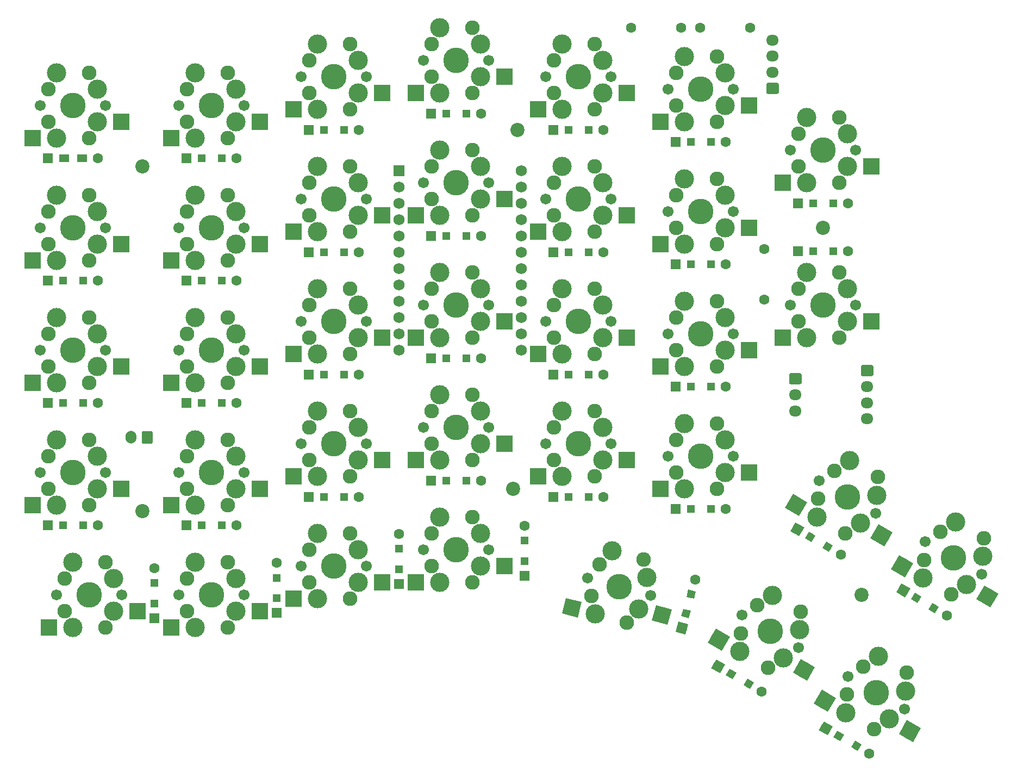
<source format=gbr>
G04 #@! TF.GenerationSoftware,KiCad,Pcbnew,(5.0.0)*
G04 #@! TF.CreationDate,2020-07-01T14:19:43-04:00*
G04 #@! TF.ProjectId,redox_rev1,7265646F785F726576312E6B69636164,1.0*
G04 #@! TF.SameCoordinates,Original*
G04 #@! TF.FileFunction,Soldermask,Bot*
G04 #@! TF.FilePolarity,Negative*
%FSLAX46Y46*%
G04 Gerber Fmt 4.6, Leading zero omitted, Abs format (unit mm)*
G04 Created by KiCad (PCBNEW (5.0.0)) date 07/01/20 14:19:43*
%MOMM*%
%LPD*%
G01*
G04 APERTURE LIST*
%ADD10C,2.200000*%
%ADD11O,1.950000X1.700000*%
%ADD12C,0.100000*%
%ADD13C,1.700000*%
%ADD14C,1.600000*%
%ADD15C,1.701800*%
%ADD16C,2.286000*%
%ADD17C,3.987800*%
%ADD18C,3.000000*%
%ADD19C,2.500000*%
%ADD20R,2.550000X2.500000*%
%ADD21R,1.752600X1.752600*%
%ADD22C,1.752600*%
%ADD23R,1.600000X1.600000*%
%ADD24R,1.600000X1.200000*%
%ADD25O,1.700000X2.000000*%
%ADD26R,1.200000X1.200000*%
%ADD27C,1.200000*%
G04 APERTURE END LIST*
D10*
G04 #@! TO.C,H4*
X102234890Y-129809620D03*
G04 #@! TD*
G04 #@! TO.C,H1*
X214318280Y-142877560D03*
G04 #@! TD*
D11*
G04 #@! TO.C,STATUS_LEDS1*
X215138000Y-115450000D03*
X215138000Y-112950000D03*
X215138000Y-110450000D03*
D12*
G36*
X215887504Y-107101204D02*
X215911773Y-107104804D01*
X215935571Y-107110765D01*
X215958671Y-107119030D01*
X215980849Y-107129520D01*
X216001893Y-107142133D01*
X216021598Y-107156747D01*
X216039777Y-107173223D01*
X216056253Y-107191402D01*
X216070867Y-107211107D01*
X216083480Y-107232151D01*
X216093970Y-107254329D01*
X216102235Y-107277429D01*
X216108196Y-107301227D01*
X216111796Y-107325496D01*
X216113000Y-107350000D01*
X216113000Y-108550000D01*
X216111796Y-108574504D01*
X216108196Y-108598773D01*
X216102235Y-108622571D01*
X216093970Y-108645671D01*
X216083480Y-108667849D01*
X216070867Y-108688893D01*
X216056253Y-108708598D01*
X216039777Y-108726777D01*
X216021598Y-108743253D01*
X216001893Y-108757867D01*
X215980849Y-108770480D01*
X215958671Y-108780970D01*
X215935571Y-108789235D01*
X215911773Y-108795196D01*
X215887504Y-108798796D01*
X215863000Y-108800000D01*
X214413000Y-108800000D01*
X214388496Y-108798796D01*
X214364227Y-108795196D01*
X214340429Y-108789235D01*
X214317329Y-108780970D01*
X214295151Y-108770480D01*
X214274107Y-108757867D01*
X214254402Y-108743253D01*
X214236223Y-108726777D01*
X214219747Y-108708598D01*
X214205133Y-108688893D01*
X214192520Y-108667849D01*
X214182030Y-108645671D01*
X214173765Y-108622571D01*
X214167804Y-108598773D01*
X214164204Y-108574504D01*
X214163000Y-108550000D01*
X214163000Y-107350000D01*
X214164204Y-107325496D01*
X214167804Y-107301227D01*
X214173765Y-107277429D01*
X214182030Y-107254329D01*
X214192520Y-107232151D01*
X214205133Y-107211107D01*
X214219747Y-107191402D01*
X214236223Y-107173223D01*
X214254402Y-107156747D01*
X214274107Y-107142133D01*
X214295151Y-107129520D01*
X214317329Y-107119030D01*
X214340429Y-107110765D01*
X214364227Y-107104804D01*
X214388496Y-107101204D01*
X214413000Y-107100000D01*
X215863000Y-107100000D01*
X215887504Y-107101204D01*
X215887504Y-107101204D01*
G37*
D13*
X215138000Y-107950000D03*
G04 #@! TD*
D14*
G04 #@! TO.C,R3*
X199136000Y-89064000D03*
X199136000Y-96864000D03*
G04 #@! TD*
D15*
G04 #@! TO.C,K46*
X212135591Y-155575000D03*
X220934409Y-160655000D03*
D16*
X214505443Y-154010295D03*
D17*
X216535000Y-158115000D03*
D16*
X221274705Y-154985591D03*
D18*
X218564557Y-162219705D03*
X211795295Y-161244409D03*
D16*
X211965443Y-158409705D03*
X216194705Y-163784409D03*
D18*
X221104557Y-157820295D03*
X216875295Y-152445591D03*
D19*
X221812152Y-164094705D03*
D12*
G36*
X220082970Y-164539737D02*
X221332970Y-162374673D01*
X223541334Y-163649673D01*
X222291334Y-165814737D01*
X220082970Y-164539737D01*
X220082970Y-164539737D01*
G37*
D19*
X208547700Y-159369409D03*
D12*
G36*
X206818518Y-159814441D02*
X208068518Y-157649377D01*
X210276882Y-158924377D01*
X209026882Y-161089441D01*
X206818518Y-159814441D01*
X206818518Y-159814441D01*
G37*
G04 #@! TD*
D15*
G04 #@! TO.C,K45*
X195625591Y-146050000D03*
X204424409Y-151130000D03*
D16*
X197995443Y-144485295D03*
D17*
X200025000Y-148590000D03*
D16*
X204764705Y-145460591D03*
D18*
X202054557Y-152694705D03*
X195285295Y-151719409D03*
D16*
X195455443Y-148884705D03*
X199684705Y-154259409D03*
D18*
X204594557Y-148295295D03*
X200365295Y-142920591D03*
D19*
X205302152Y-154569705D03*
D12*
G36*
X203572970Y-155014737D02*
X204822970Y-152849673D01*
X207031334Y-154124673D01*
X205781334Y-156289737D01*
X203572970Y-155014737D01*
X203572970Y-155014737D01*
G37*
D19*
X192037700Y-149844409D03*
D12*
G36*
X190308518Y-150289441D02*
X191558518Y-148124377D01*
X193766882Y-149399377D01*
X192516882Y-151564441D01*
X190308518Y-150289441D01*
X190308518Y-150289441D01*
G37*
G04 #@! TD*
D15*
G04 #@! TO.C,K44*
X171623097Y-140290199D03*
X181436903Y-142919801D03*
D16*
X173507223Y-138165448D03*
D17*
X176530000Y-141605000D03*
D16*
X180298252Y-137355497D03*
D18*
X179552777Y-145044552D03*
X172761748Y-145854503D03*
D16*
X172192422Y-143072351D03*
X177668651Y-147169304D03*
D18*
X180867578Y-140137649D03*
X175391349Y-136040696D03*
D19*
X183174999Y-146015124D03*
D12*
G36*
X181619920Y-146892537D02*
X182266967Y-144477722D01*
X184730078Y-145137711D01*
X184083031Y-147552526D01*
X181619920Y-146892537D01*
X181619920Y-146892537D01*
G37*
D19*
X169139526Y-144883931D03*
D12*
G36*
X167584447Y-145761344D02*
X168231494Y-143346529D01*
X170694605Y-144006518D01*
X170047558Y-146421333D01*
X167584447Y-145761344D01*
X167584447Y-145761344D01*
G37*
G04 #@! TD*
D15*
G04 #@! TO.C,K43*
X146050000Y-135890000D03*
X156210000Y-135890000D03*
D16*
X147320000Y-133350000D03*
D17*
X151130000Y-135890000D03*
D16*
X153670000Y-130810000D03*
D18*
X154940000Y-138430000D03*
X148590000Y-140970000D03*
D16*
X147320000Y-138430000D03*
X153670000Y-140970000D03*
D18*
X154940000Y-133350000D03*
X148590000Y-130810000D03*
D20*
X158690000Y-138430000D03*
X144840000Y-140970000D03*
G04 #@! TD*
D15*
G04 #@! TO.C,K42*
X127000000Y-138430000D03*
X137160000Y-138430000D03*
D16*
X128270000Y-135890000D03*
D17*
X132080000Y-138430000D03*
D16*
X134620000Y-133350000D03*
D18*
X135890000Y-140970000D03*
X129540000Y-143510000D03*
D16*
X128270000Y-140970000D03*
X134620000Y-143510000D03*
D18*
X135890000Y-135890000D03*
X129540000Y-133350000D03*
D20*
X139640000Y-140970000D03*
X125790000Y-143510000D03*
G04 #@! TD*
D15*
G04 #@! TO.C,K41*
X107950000Y-142875000D03*
X118110000Y-142875000D03*
D16*
X109220000Y-140335000D03*
D17*
X113030000Y-142875000D03*
D16*
X115570000Y-137795000D03*
D18*
X116840000Y-145415000D03*
X110490000Y-147955000D03*
D16*
X109220000Y-145415000D03*
X115570000Y-147955000D03*
D18*
X116840000Y-140335000D03*
X110490000Y-137795000D03*
D20*
X120590000Y-145415000D03*
X106740000Y-147955000D03*
G04 #@! TD*
D15*
G04 #@! TO.C,K40*
X88900000Y-142875000D03*
X99060000Y-142875000D03*
D16*
X90170000Y-140335000D03*
D17*
X93980000Y-142875000D03*
D16*
X96520000Y-137795000D03*
D18*
X97790000Y-145415000D03*
X91440000Y-147955000D03*
D16*
X90170000Y-145415000D03*
X96520000Y-147955000D03*
D18*
X97790000Y-140335000D03*
X91440000Y-137795000D03*
D20*
X101540000Y-145415000D03*
X87690000Y-147955000D03*
G04 #@! TD*
D15*
G04 #@! TO.C,K36*
X224200591Y-134620000D03*
X232999409Y-139700000D03*
D16*
X226570443Y-133055295D03*
D17*
X228600000Y-137160000D03*
D16*
X233339705Y-134030591D03*
D18*
X230629557Y-141264705D03*
X223860295Y-140289409D03*
D16*
X224030443Y-137454705D03*
X228259705Y-142829409D03*
D18*
X233169557Y-136865295D03*
X228940295Y-131490591D03*
D19*
X233877152Y-143139705D03*
D12*
G36*
X232147970Y-143584737D02*
X233397970Y-141419673D01*
X235606334Y-142694673D01*
X234356334Y-144859737D01*
X232147970Y-143584737D01*
X232147970Y-143584737D01*
G37*
D19*
X220612700Y-138414409D03*
D12*
G36*
X218883518Y-138859441D02*
X220133518Y-136694377D01*
X222341882Y-137969377D01*
X221091882Y-140134441D01*
X218883518Y-138859441D01*
X218883518Y-138859441D01*
G37*
G04 #@! TD*
D15*
G04 #@! TO.C,K35*
X184150000Y-121285000D03*
X194310000Y-121285000D03*
D16*
X185420000Y-118745000D03*
D17*
X189230000Y-121285000D03*
D16*
X191770000Y-116205000D03*
D18*
X193040000Y-123825000D03*
X186690000Y-126365000D03*
D16*
X185420000Y-123825000D03*
X191770000Y-126365000D03*
D18*
X193040000Y-118745000D03*
X186690000Y-116205000D03*
D20*
X196790000Y-123825000D03*
X182940000Y-126365000D03*
G04 #@! TD*
D15*
G04 #@! TO.C,K34*
X165100000Y-119380000D03*
X175260000Y-119380000D03*
D16*
X166370000Y-116840000D03*
D17*
X170180000Y-119380000D03*
D16*
X172720000Y-114300000D03*
D18*
X173990000Y-121920000D03*
X167640000Y-124460000D03*
D16*
X166370000Y-121920000D03*
X172720000Y-124460000D03*
D18*
X173990000Y-116840000D03*
X167640000Y-114300000D03*
D20*
X177740000Y-121920000D03*
X163890000Y-124460000D03*
G04 #@! TD*
D15*
G04 #@! TO.C,K33*
X146050000Y-116840000D03*
X156210000Y-116840000D03*
D16*
X147320000Y-114300000D03*
D17*
X151130000Y-116840000D03*
D16*
X153670000Y-111760000D03*
D18*
X154940000Y-119380000D03*
X148590000Y-121920000D03*
D16*
X147320000Y-119380000D03*
X153670000Y-121920000D03*
D18*
X154940000Y-114300000D03*
X148590000Y-111760000D03*
D20*
X158690000Y-119380000D03*
X144840000Y-121920000D03*
G04 #@! TD*
D15*
G04 #@! TO.C,K32*
X127000000Y-119380000D03*
X137160000Y-119380000D03*
D16*
X128270000Y-116840000D03*
D17*
X132080000Y-119380000D03*
D16*
X134620000Y-114300000D03*
D18*
X135890000Y-121920000D03*
X129540000Y-124460000D03*
D16*
X128270000Y-121920000D03*
X134620000Y-124460000D03*
D18*
X135890000Y-116840000D03*
X129540000Y-114300000D03*
D20*
X139640000Y-121920000D03*
X125790000Y-124460000D03*
G04 #@! TD*
D15*
G04 #@! TO.C,K31*
X107950000Y-123825000D03*
X118110000Y-123825000D03*
D16*
X109220000Y-121285000D03*
D17*
X113030000Y-123825000D03*
D16*
X115570000Y-118745000D03*
D18*
X116840000Y-126365000D03*
X110490000Y-128905000D03*
D16*
X109220000Y-126365000D03*
X115570000Y-128905000D03*
D18*
X116840000Y-121285000D03*
X110490000Y-118745000D03*
D20*
X120590000Y-126365000D03*
X106740000Y-128905000D03*
G04 #@! TD*
D15*
G04 #@! TO.C,K30*
X86360000Y-123825000D03*
X96520000Y-123825000D03*
D16*
X87630000Y-121285000D03*
D17*
X91440000Y-123825000D03*
D16*
X93980000Y-118745000D03*
D18*
X95250000Y-126365000D03*
X88900000Y-128905000D03*
D16*
X87630000Y-126365000D03*
X93980000Y-128905000D03*
D18*
X95250000Y-121285000D03*
X88900000Y-118745000D03*
D20*
X99000000Y-126365000D03*
X85150000Y-128905000D03*
G04 #@! TD*
D15*
G04 #@! TO.C,K26*
X207690591Y-125095000D03*
X216489409Y-130175000D03*
D16*
X210060443Y-123530295D03*
D17*
X212090000Y-127635000D03*
D16*
X216829705Y-124505591D03*
D18*
X214119557Y-131739705D03*
X207350295Y-130764409D03*
D16*
X207520443Y-127929705D03*
X211749705Y-133304409D03*
D18*
X216659557Y-127340295D03*
X212430295Y-121965591D03*
D19*
X217367152Y-133614705D03*
D12*
G36*
X215637970Y-134059737D02*
X216887970Y-131894673D01*
X219096334Y-133169673D01*
X217846334Y-135334737D01*
X215637970Y-134059737D01*
X215637970Y-134059737D01*
G37*
D19*
X204102700Y-128889409D03*
D12*
G36*
X202373518Y-129334441D02*
X203623518Y-127169377D01*
X205831882Y-128444377D01*
X204581882Y-130609441D01*
X202373518Y-129334441D01*
X202373518Y-129334441D01*
G37*
G04 #@! TD*
D15*
G04 #@! TO.C,K25*
X184150000Y-102235000D03*
X194310000Y-102235000D03*
D16*
X185420000Y-99695000D03*
D17*
X189230000Y-102235000D03*
D16*
X191770000Y-97155000D03*
D18*
X193040000Y-104775000D03*
X186690000Y-107315000D03*
D16*
X185420000Y-104775000D03*
X191770000Y-107315000D03*
D18*
X193040000Y-99695000D03*
X186690000Y-97155000D03*
D20*
X196790000Y-104775000D03*
X182940000Y-107315000D03*
G04 #@! TD*
D15*
G04 #@! TO.C,K24*
X165100000Y-100330000D03*
X175260000Y-100330000D03*
D16*
X166370000Y-97790000D03*
D17*
X170180000Y-100330000D03*
D16*
X172720000Y-95250000D03*
D18*
X173990000Y-102870000D03*
X167640000Y-105410000D03*
D16*
X166370000Y-102870000D03*
X172720000Y-105410000D03*
D18*
X173990000Y-97790000D03*
X167640000Y-95250000D03*
D20*
X177740000Y-102870000D03*
X163890000Y-105410000D03*
G04 #@! TD*
D15*
G04 #@! TO.C,K23*
X146050000Y-97790000D03*
X156210000Y-97790000D03*
D16*
X147320000Y-95250000D03*
D17*
X151130000Y-97790000D03*
D16*
X153670000Y-92710000D03*
D18*
X154940000Y-100330000D03*
X148590000Y-102870000D03*
D16*
X147320000Y-100330000D03*
X153670000Y-102870000D03*
D18*
X154940000Y-95250000D03*
X148590000Y-92710000D03*
D20*
X158690000Y-100330000D03*
X144840000Y-102870000D03*
G04 #@! TD*
D15*
G04 #@! TO.C,K22*
X127000000Y-100330000D03*
X137160000Y-100330000D03*
D16*
X128270000Y-97790000D03*
D17*
X132080000Y-100330000D03*
D16*
X134620000Y-95250000D03*
D18*
X135890000Y-102870000D03*
X129540000Y-105410000D03*
D16*
X128270000Y-102870000D03*
X134620000Y-105410000D03*
D18*
X135890000Y-97790000D03*
X129540000Y-95250000D03*
D20*
X139640000Y-102870000D03*
X125790000Y-105410000D03*
G04 #@! TD*
D15*
G04 #@! TO.C,K21*
X107950000Y-104775000D03*
X118110000Y-104775000D03*
D16*
X109220000Y-102235000D03*
D17*
X113030000Y-104775000D03*
D16*
X115570000Y-99695000D03*
D18*
X116840000Y-107315000D03*
X110490000Y-109855000D03*
D16*
X109220000Y-107315000D03*
X115570000Y-109855000D03*
D18*
X116840000Y-102235000D03*
X110490000Y-99695000D03*
D20*
X120590000Y-107315000D03*
X106740000Y-109855000D03*
G04 #@! TD*
D15*
G04 #@! TO.C,K20*
X86360000Y-104775000D03*
X96520000Y-104775000D03*
D16*
X87630000Y-102235000D03*
D17*
X91440000Y-104775000D03*
D16*
X93980000Y-99695000D03*
D18*
X95250000Y-107315000D03*
X88900000Y-109855000D03*
D16*
X87630000Y-107315000D03*
X93980000Y-109855000D03*
D18*
X95250000Y-102235000D03*
X88900000Y-99695000D03*
D20*
X99000000Y-107315000D03*
X85150000Y-109855000D03*
G04 #@! TD*
D15*
G04 #@! TO.C,K16*
X203200000Y-97790000D03*
X213360000Y-97790000D03*
D16*
X204470000Y-95250000D03*
D17*
X208280000Y-97790000D03*
D16*
X210820000Y-92710000D03*
D18*
X212090000Y-100330000D03*
X205740000Y-102870000D03*
D16*
X204470000Y-100330000D03*
X210820000Y-102870000D03*
D18*
X212090000Y-95250000D03*
X205740000Y-92710000D03*
D20*
X215840000Y-100330000D03*
X201990000Y-102870000D03*
G04 #@! TD*
D15*
G04 #@! TO.C,K15*
X184150000Y-83185000D03*
X194310000Y-83185000D03*
D16*
X185420000Y-80645000D03*
D17*
X189230000Y-83185000D03*
D16*
X191770000Y-78105000D03*
D18*
X193040000Y-85725000D03*
X186690000Y-88265000D03*
D16*
X185420000Y-85725000D03*
X191770000Y-88265000D03*
D18*
X193040000Y-80645000D03*
X186690000Y-78105000D03*
D20*
X196790000Y-85725000D03*
X182940000Y-88265000D03*
G04 #@! TD*
D15*
G04 #@! TO.C,K14*
X165100000Y-81280000D03*
X175260000Y-81280000D03*
D16*
X166370000Y-78740000D03*
D17*
X170180000Y-81280000D03*
D16*
X172720000Y-76200000D03*
D18*
X173990000Y-83820000D03*
X167640000Y-86360000D03*
D16*
X166370000Y-83820000D03*
X172720000Y-86360000D03*
D18*
X173990000Y-78740000D03*
X167640000Y-76200000D03*
D20*
X177740000Y-83820000D03*
X163890000Y-86360000D03*
G04 #@! TD*
D15*
G04 #@! TO.C,K13*
X146050000Y-78740000D03*
X156210000Y-78740000D03*
D16*
X147320000Y-76200000D03*
D17*
X151130000Y-78740000D03*
D16*
X153670000Y-73660000D03*
D18*
X154940000Y-81280000D03*
X148590000Y-83820000D03*
D16*
X147320000Y-81280000D03*
X153670000Y-83820000D03*
D18*
X154940000Y-76200000D03*
X148590000Y-73660000D03*
D20*
X158690000Y-81280000D03*
X144840000Y-83820000D03*
G04 #@! TD*
D15*
G04 #@! TO.C,K12*
X127000000Y-81280000D03*
X137160000Y-81280000D03*
D16*
X128270000Y-78740000D03*
D17*
X132080000Y-81280000D03*
D16*
X134620000Y-76200000D03*
D18*
X135890000Y-83820000D03*
X129540000Y-86360000D03*
D16*
X128270000Y-83820000D03*
X134620000Y-86360000D03*
D18*
X135890000Y-78740000D03*
X129540000Y-76200000D03*
D20*
X139640000Y-83820000D03*
X125790000Y-86360000D03*
G04 #@! TD*
D15*
G04 #@! TO.C,K11*
X107950000Y-85725000D03*
X118110000Y-85725000D03*
D16*
X109220000Y-83185000D03*
D17*
X113030000Y-85725000D03*
D16*
X115570000Y-80645000D03*
D18*
X116840000Y-88265000D03*
X110490000Y-90805000D03*
D16*
X109220000Y-88265000D03*
X115570000Y-90805000D03*
D18*
X116840000Y-83185000D03*
X110490000Y-80645000D03*
D20*
X120590000Y-88265000D03*
X106740000Y-90805000D03*
G04 #@! TD*
D15*
G04 #@! TO.C,K10*
X86360000Y-85725000D03*
X96520000Y-85725000D03*
D16*
X87630000Y-83185000D03*
D17*
X91440000Y-85725000D03*
D16*
X93980000Y-80645000D03*
D18*
X95250000Y-88265000D03*
X88900000Y-90805000D03*
D16*
X87630000Y-88265000D03*
X93980000Y-90805000D03*
D18*
X95250000Y-83185000D03*
X88900000Y-80645000D03*
D20*
X99000000Y-88265000D03*
X85150000Y-90805000D03*
G04 #@! TD*
D15*
G04 #@! TO.C,K6*
X203200000Y-73660000D03*
X213360000Y-73660000D03*
D16*
X204470000Y-71120000D03*
D17*
X208280000Y-73660000D03*
D16*
X210820000Y-68580000D03*
D18*
X212090000Y-76200000D03*
X205740000Y-78740000D03*
D16*
X204470000Y-76200000D03*
X210820000Y-78740000D03*
D18*
X212090000Y-71120000D03*
X205740000Y-68580000D03*
D20*
X215840000Y-76200000D03*
X201990000Y-78740000D03*
G04 #@! TD*
D15*
G04 #@! TO.C,K5*
X184150000Y-64135000D03*
X194310000Y-64135000D03*
D16*
X185420000Y-61595000D03*
D17*
X189230000Y-64135000D03*
D16*
X191770000Y-59055000D03*
D18*
X193040000Y-66675000D03*
X186690000Y-69215000D03*
D16*
X185420000Y-66675000D03*
X191770000Y-69215000D03*
D18*
X193040000Y-61595000D03*
X186690000Y-59055000D03*
D20*
X196790000Y-66675000D03*
X182940000Y-69215000D03*
G04 #@! TD*
D15*
G04 #@! TO.C,K4*
X165100000Y-62230000D03*
X175260000Y-62230000D03*
D16*
X166370000Y-59690000D03*
D17*
X170180000Y-62230000D03*
D16*
X172720000Y-57150000D03*
D18*
X173990000Y-64770000D03*
X167640000Y-67310000D03*
D16*
X166370000Y-64770000D03*
X172720000Y-67310000D03*
D18*
X173990000Y-59690000D03*
X167640000Y-57150000D03*
D20*
X177740000Y-64770000D03*
X163890000Y-67310000D03*
G04 #@! TD*
D15*
G04 #@! TO.C,K3*
X146050000Y-59690000D03*
X156210000Y-59690000D03*
D16*
X147320000Y-57150000D03*
D17*
X151130000Y-59690000D03*
D16*
X153670000Y-54610000D03*
D18*
X154940000Y-62230000D03*
X148590000Y-64770000D03*
D16*
X147320000Y-62230000D03*
X153670000Y-64770000D03*
D18*
X154940000Y-57150000D03*
X148590000Y-54610000D03*
D20*
X158690000Y-62230000D03*
X144840000Y-64770000D03*
G04 #@! TD*
D15*
G04 #@! TO.C,K2*
X127000000Y-62230000D03*
X137160000Y-62230000D03*
D16*
X128270000Y-59690000D03*
D17*
X132080000Y-62230000D03*
D16*
X134620000Y-57150000D03*
D18*
X135890000Y-64770000D03*
X129540000Y-67310000D03*
D16*
X128270000Y-64770000D03*
X134620000Y-67310000D03*
D18*
X135890000Y-59690000D03*
X129540000Y-57150000D03*
D20*
X139640000Y-64770000D03*
X125790000Y-67310000D03*
G04 #@! TD*
D15*
G04 #@! TO.C,K1*
X107950000Y-66675000D03*
X118110000Y-66675000D03*
D16*
X109220000Y-64135000D03*
D17*
X113030000Y-66675000D03*
D16*
X115570000Y-61595000D03*
D18*
X116840000Y-69215000D03*
X110490000Y-71755000D03*
D16*
X109220000Y-69215000D03*
X115570000Y-71755000D03*
D18*
X116840000Y-64135000D03*
X110490000Y-61595000D03*
D20*
X120590000Y-69215000D03*
X106740000Y-71755000D03*
G04 #@! TD*
D15*
G04 #@! TO.C,K0*
X86360000Y-66675000D03*
X96520000Y-66675000D03*
D16*
X87630000Y-64135000D03*
D17*
X91440000Y-66675000D03*
D16*
X93980000Y-61595000D03*
D18*
X95250000Y-69215000D03*
X88900000Y-71755000D03*
D16*
X87630000Y-69215000D03*
X93980000Y-71755000D03*
D18*
X95250000Y-64135000D03*
X88900000Y-61595000D03*
D20*
X99000000Y-69215000D03*
X85150000Y-71755000D03*
G04 #@! TD*
D21*
G04 #@! TO.C,U1*
X142240000Y-76835000D03*
D22*
X142240000Y-79375000D03*
X142240000Y-81915000D03*
X142240000Y-84455000D03*
X142240000Y-86995000D03*
X142240000Y-89535000D03*
X142240000Y-92075000D03*
X142240000Y-94615000D03*
X142240000Y-97155000D03*
X142240000Y-99695000D03*
X142240000Y-102235000D03*
X161290000Y-104775000D03*
X161290000Y-102235000D03*
X161290000Y-99695000D03*
X161290000Y-97155000D03*
X161290000Y-94615000D03*
X161290000Y-92075000D03*
X161290000Y-89535000D03*
X161290000Y-86995000D03*
X161290000Y-84455000D03*
X161290000Y-81915000D03*
X161290000Y-79375000D03*
X142240000Y-104775000D03*
X161290000Y-76835000D03*
G04 #@! TD*
D23*
G04 #@! TO.C,D0*
X87540000Y-74930000D03*
D14*
X95340000Y-74930000D03*
D24*
X90040000Y-74930000D03*
X92840000Y-74930000D03*
G04 #@! TD*
D10*
G04 #@! TO.C,H9*
X102234890Y-76200000D03*
G04 #@! TD*
G04 #@! TO.C,H12*
X208279620Y-85724870D03*
G04 #@! TD*
G04 #@! TO.C,H11*
X160019330Y-126364750D03*
G04 #@! TD*
G04 #@! TO.C,H10*
X160654330Y-70484680D03*
G04 #@! TD*
D11*
G04 #@! TO.C,RGB_STRIP1*
X203962000Y-114220000D03*
X203962000Y-111720000D03*
D12*
G36*
X204711504Y-108371204D02*
X204735773Y-108374804D01*
X204759571Y-108380765D01*
X204782671Y-108389030D01*
X204804849Y-108399520D01*
X204825893Y-108412133D01*
X204845598Y-108426747D01*
X204863777Y-108443223D01*
X204880253Y-108461402D01*
X204894867Y-108481107D01*
X204907480Y-108502151D01*
X204917970Y-108524329D01*
X204926235Y-108547429D01*
X204932196Y-108571227D01*
X204935796Y-108595496D01*
X204937000Y-108620000D01*
X204937000Y-109820000D01*
X204935796Y-109844504D01*
X204932196Y-109868773D01*
X204926235Y-109892571D01*
X204917970Y-109915671D01*
X204907480Y-109937849D01*
X204894867Y-109958893D01*
X204880253Y-109978598D01*
X204863777Y-109996777D01*
X204845598Y-110013253D01*
X204825893Y-110027867D01*
X204804849Y-110040480D01*
X204782671Y-110050970D01*
X204759571Y-110059235D01*
X204735773Y-110065196D01*
X204711504Y-110068796D01*
X204687000Y-110070000D01*
X203237000Y-110070000D01*
X203212496Y-110068796D01*
X203188227Y-110065196D01*
X203164429Y-110059235D01*
X203141329Y-110050970D01*
X203119151Y-110040480D01*
X203098107Y-110027867D01*
X203078402Y-110013253D01*
X203060223Y-109996777D01*
X203043747Y-109978598D01*
X203029133Y-109958893D01*
X203016520Y-109937849D01*
X203006030Y-109915671D01*
X202997765Y-109892571D01*
X202991804Y-109868773D01*
X202988204Y-109844504D01*
X202987000Y-109820000D01*
X202987000Y-108620000D01*
X202988204Y-108595496D01*
X202991804Y-108571227D01*
X202997765Y-108547429D01*
X203006030Y-108524329D01*
X203016520Y-108502151D01*
X203029133Y-108481107D01*
X203043747Y-108461402D01*
X203060223Y-108443223D01*
X203078402Y-108426747D01*
X203098107Y-108412133D01*
X203119151Y-108399520D01*
X203141329Y-108389030D01*
X203164429Y-108380765D01*
X203188227Y-108374804D01*
X203212496Y-108371204D01*
X203237000Y-108370000D01*
X204687000Y-108370000D01*
X204711504Y-108371204D01*
X204711504Y-108371204D01*
G37*
D13*
X203962000Y-109220000D03*
G04 #@! TD*
D25*
G04 #@! TO.C,RESET1*
X100497000Y-118364000D03*
D12*
G36*
X103621504Y-117365204D02*
X103645773Y-117368804D01*
X103669571Y-117374765D01*
X103692671Y-117383030D01*
X103714849Y-117393520D01*
X103735893Y-117406133D01*
X103755598Y-117420747D01*
X103773777Y-117437223D01*
X103790253Y-117455402D01*
X103804867Y-117475107D01*
X103817480Y-117496151D01*
X103827970Y-117518329D01*
X103836235Y-117541429D01*
X103842196Y-117565227D01*
X103845796Y-117589496D01*
X103847000Y-117614000D01*
X103847000Y-119114000D01*
X103845796Y-119138504D01*
X103842196Y-119162773D01*
X103836235Y-119186571D01*
X103827970Y-119209671D01*
X103817480Y-119231849D01*
X103804867Y-119252893D01*
X103790253Y-119272598D01*
X103773777Y-119290777D01*
X103755598Y-119307253D01*
X103735893Y-119321867D01*
X103714849Y-119334480D01*
X103692671Y-119344970D01*
X103669571Y-119353235D01*
X103645773Y-119359196D01*
X103621504Y-119362796D01*
X103597000Y-119364000D01*
X102397000Y-119364000D01*
X102372496Y-119362796D01*
X102348227Y-119359196D01*
X102324429Y-119353235D01*
X102301329Y-119344970D01*
X102279151Y-119334480D01*
X102258107Y-119321867D01*
X102238402Y-119307253D01*
X102220223Y-119290777D01*
X102203747Y-119272598D01*
X102189133Y-119252893D01*
X102176520Y-119231849D01*
X102166030Y-119209671D01*
X102157765Y-119186571D01*
X102151804Y-119162773D01*
X102148204Y-119138504D01*
X102147000Y-119114000D01*
X102147000Y-117614000D01*
X102148204Y-117589496D01*
X102151804Y-117565227D01*
X102157765Y-117541429D01*
X102166030Y-117518329D01*
X102176520Y-117496151D01*
X102189133Y-117475107D01*
X102203747Y-117455402D01*
X102220223Y-117437223D01*
X102238402Y-117420747D01*
X102258107Y-117406133D01*
X102279151Y-117393520D01*
X102301329Y-117383030D01*
X102324429Y-117374765D01*
X102348227Y-117368804D01*
X102372496Y-117365204D01*
X102397000Y-117364000D01*
X103597000Y-117364000D01*
X103621504Y-117365204D01*
X103621504Y-117365204D01*
G37*
D13*
X102997000Y-118364000D03*
G04 #@! TD*
D11*
G04 #@! TO.C,BOARD_COMM1*
X200406000Y-56508000D03*
X200406000Y-59008000D03*
X200406000Y-61508000D03*
D12*
G36*
X201155504Y-63159204D02*
X201179773Y-63162804D01*
X201203571Y-63168765D01*
X201226671Y-63177030D01*
X201248849Y-63187520D01*
X201269893Y-63200133D01*
X201289598Y-63214747D01*
X201307777Y-63231223D01*
X201324253Y-63249402D01*
X201338867Y-63269107D01*
X201351480Y-63290151D01*
X201361970Y-63312329D01*
X201370235Y-63335429D01*
X201376196Y-63359227D01*
X201379796Y-63383496D01*
X201381000Y-63408000D01*
X201381000Y-64608000D01*
X201379796Y-64632504D01*
X201376196Y-64656773D01*
X201370235Y-64680571D01*
X201361970Y-64703671D01*
X201351480Y-64725849D01*
X201338867Y-64746893D01*
X201324253Y-64766598D01*
X201307777Y-64784777D01*
X201289598Y-64801253D01*
X201269893Y-64815867D01*
X201248849Y-64828480D01*
X201226671Y-64838970D01*
X201203571Y-64847235D01*
X201179773Y-64853196D01*
X201155504Y-64856796D01*
X201131000Y-64858000D01*
X199681000Y-64858000D01*
X199656496Y-64856796D01*
X199632227Y-64853196D01*
X199608429Y-64847235D01*
X199585329Y-64838970D01*
X199563151Y-64828480D01*
X199542107Y-64815867D01*
X199522402Y-64801253D01*
X199504223Y-64784777D01*
X199487747Y-64766598D01*
X199473133Y-64746893D01*
X199460520Y-64725849D01*
X199450030Y-64703671D01*
X199441765Y-64680571D01*
X199435804Y-64656773D01*
X199432204Y-64632504D01*
X199431000Y-64608000D01*
X199431000Y-63408000D01*
X199432204Y-63383496D01*
X199435804Y-63359227D01*
X199441765Y-63335429D01*
X199450030Y-63312329D01*
X199460520Y-63290151D01*
X199473133Y-63269107D01*
X199487747Y-63249402D01*
X199504223Y-63231223D01*
X199522402Y-63214747D01*
X199542107Y-63200133D01*
X199563151Y-63187520D01*
X199585329Y-63177030D01*
X199608429Y-63168765D01*
X199632227Y-63162804D01*
X199656496Y-63159204D01*
X199681000Y-63158000D01*
X201131000Y-63158000D01*
X201155504Y-63159204D01*
X201155504Y-63159204D01*
G37*
D13*
X200406000Y-64008000D03*
G04 #@! TD*
D26*
G04 #@! TO.C,D1*
X114605000Y-74930000D03*
X111455000Y-74930000D03*
D14*
X116930000Y-74930000D03*
D23*
X109130000Y-74930000D03*
G04 #@! TD*
D26*
G04 #@! TO.C,D2*
X133655000Y-70485000D03*
X130505000Y-70485000D03*
D14*
X135980000Y-70485000D03*
D23*
X128180000Y-70485000D03*
G04 #@! TD*
D26*
G04 #@! TO.C,D3*
X152705000Y-67945000D03*
X149555000Y-67945000D03*
D14*
X155030000Y-67945000D03*
D23*
X147230000Y-67945000D03*
G04 #@! TD*
D26*
G04 #@! TO.C,D4*
X171755000Y-70485000D03*
X168605000Y-70485000D03*
D14*
X174080000Y-70485000D03*
D23*
X166280000Y-70485000D03*
G04 #@! TD*
D26*
G04 #@! TO.C,D5*
X190805000Y-72390000D03*
X187655000Y-72390000D03*
D14*
X193130000Y-72390000D03*
D23*
X185330000Y-72390000D03*
G04 #@! TD*
D26*
G04 #@! TO.C,D6*
X209855000Y-81915000D03*
X206705000Y-81915000D03*
D14*
X212180000Y-81915000D03*
D23*
X204380000Y-81915000D03*
G04 #@! TD*
D26*
G04 #@! TO.C,D10*
X93015000Y-93980000D03*
X89865000Y-93980000D03*
D14*
X95340000Y-93980000D03*
D23*
X87540000Y-93980000D03*
G04 #@! TD*
D26*
G04 #@! TO.C,D11*
X114605000Y-93980000D03*
X111455000Y-93980000D03*
D14*
X116930000Y-93980000D03*
D23*
X109130000Y-93980000D03*
G04 #@! TD*
D26*
G04 #@! TO.C,D12*
X133655000Y-89535000D03*
X130505000Y-89535000D03*
D14*
X135980000Y-89535000D03*
D23*
X128180000Y-89535000D03*
G04 #@! TD*
D26*
G04 #@! TO.C,D13*
X152705000Y-86995000D03*
X149555000Y-86995000D03*
D14*
X155030000Y-86995000D03*
D23*
X147230000Y-86995000D03*
G04 #@! TD*
D26*
G04 #@! TO.C,D14*
X171755000Y-89535000D03*
X168605000Y-89535000D03*
D14*
X174080000Y-89535000D03*
D23*
X166280000Y-89535000D03*
G04 #@! TD*
D26*
G04 #@! TO.C,D15*
X190805000Y-91440000D03*
X187655000Y-91440000D03*
D14*
X193130000Y-91440000D03*
D23*
X185330000Y-91440000D03*
G04 #@! TD*
D26*
G04 #@! TO.C,D16*
X209855000Y-89408000D03*
X206705000Y-89408000D03*
D14*
X212180000Y-89408000D03*
D23*
X204380000Y-89408000D03*
G04 #@! TD*
D26*
G04 #@! TO.C,D20*
X93015000Y-113030000D03*
X89865000Y-113030000D03*
D14*
X95340000Y-113030000D03*
D23*
X87540000Y-113030000D03*
G04 #@! TD*
D26*
G04 #@! TO.C,D21*
X114605000Y-113030000D03*
X111455000Y-113030000D03*
D14*
X116930000Y-113030000D03*
D23*
X109130000Y-113030000D03*
G04 #@! TD*
D26*
G04 #@! TO.C,D22*
X133655000Y-108585000D03*
X130505000Y-108585000D03*
D14*
X135980000Y-108585000D03*
D23*
X128180000Y-108585000D03*
G04 #@! TD*
D26*
G04 #@! TO.C,D23*
X152705000Y-106045000D03*
X149555000Y-106045000D03*
D14*
X155030000Y-106045000D03*
D23*
X147230000Y-106045000D03*
G04 #@! TD*
D26*
G04 #@! TO.C,D24*
X171755000Y-108585000D03*
X168605000Y-108585000D03*
D14*
X174080000Y-108585000D03*
D23*
X166280000Y-108585000D03*
G04 #@! TD*
D26*
G04 #@! TO.C,D25*
X190805000Y-110490000D03*
X187655000Y-110490000D03*
D14*
X193130000Y-110490000D03*
D23*
X185330000Y-110490000D03*
G04 #@! TD*
D27*
G04 #@! TO.C,D26*
X209008990Y-135407500D03*
D12*
G36*
X209828605Y-135187885D02*
X209228605Y-136227115D01*
X208189375Y-135627115D01*
X208789375Y-134587885D01*
X209828605Y-135187885D01*
X209828605Y-135187885D01*
G37*
D27*
X206281010Y-133832500D03*
D12*
G36*
X207100625Y-133612885D02*
X206500625Y-134652115D01*
X205461395Y-134052115D01*
X206061395Y-133012885D01*
X207100625Y-133612885D01*
X207100625Y-133612885D01*
G37*
D14*
X211022499Y-136570000D03*
X204267501Y-132670000D03*
D12*
G36*
X205360321Y-132377180D02*
X204560321Y-133762820D01*
X203174681Y-132962820D01*
X203974681Y-131577180D01*
X205360321Y-132377180D01*
X205360321Y-132377180D01*
G37*
G04 #@! TD*
D26*
G04 #@! TO.C,D30*
X93015000Y-132080000D03*
X89865000Y-132080000D03*
D14*
X95340000Y-132080000D03*
D23*
X87540000Y-132080000D03*
G04 #@! TD*
D26*
G04 #@! TO.C,D31*
X114605000Y-132080000D03*
X111455000Y-132080000D03*
D14*
X116930000Y-132080000D03*
D23*
X109130000Y-132080000D03*
G04 #@! TD*
D26*
G04 #@! TO.C,D32*
X133655000Y-127635000D03*
X130505000Y-127635000D03*
D14*
X135980000Y-127635000D03*
D23*
X128180000Y-127635000D03*
G04 #@! TD*
D26*
G04 #@! TO.C,D33*
X152705000Y-125095000D03*
X149555000Y-125095000D03*
D14*
X155030000Y-125095000D03*
D23*
X147230000Y-125095000D03*
G04 #@! TD*
D26*
G04 #@! TO.C,D34*
X171755000Y-127635000D03*
X168605000Y-127635000D03*
D14*
X174080000Y-127635000D03*
D23*
X166280000Y-127635000D03*
G04 #@! TD*
D26*
G04 #@! TO.C,D35*
X190805000Y-129540000D03*
X187655000Y-129540000D03*
D14*
X193130000Y-129540000D03*
D23*
X185330000Y-129540000D03*
G04 #@! TD*
D27*
G04 #@! TO.C,D36*
X225518990Y-144932500D03*
D12*
G36*
X226338605Y-144712885D02*
X225738605Y-145752115D01*
X224699375Y-145152115D01*
X225299375Y-144112885D01*
X226338605Y-144712885D01*
X226338605Y-144712885D01*
G37*
D27*
X222791010Y-143357500D03*
D12*
G36*
X223610625Y-143137885D02*
X223010625Y-144177115D01*
X221971395Y-143577115D01*
X222571395Y-142537885D01*
X223610625Y-143137885D01*
X223610625Y-143137885D01*
G37*
D14*
X227532499Y-146095000D03*
X220777501Y-142195000D03*
D12*
G36*
X221870321Y-141902180D02*
X221070321Y-143287820D01*
X219684681Y-142487820D01*
X220484681Y-141102180D01*
X221870321Y-141902180D01*
X221870321Y-141902180D01*
G37*
G04 #@! TD*
D26*
G04 #@! TO.C,D40*
X104140000Y-141046000D03*
X104140000Y-144196000D03*
D14*
X104140000Y-138721000D03*
D23*
X104140000Y-146521000D03*
G04 #@! TD*
D26*
G04 #@! TO.C,D41*
X123190000Y-140233000D03*
X123190000Y-143383000D03*
D14*
X123190000Y-137908000D03*
D23*
X123190000Y-145708000D03*
G04 #@! TD*
D26*
G04 #@! TO.C,D42*
X142240000Y-135712000D03*
X142240000Y-138862000D03*
D14*
X142240000Y-133387000D03*
D23*
X142240000Y-141187000D03*
G04 #@! TD*
D26*
G04 #@! TO.C,D43*
X161798000Y-134442000D03*
X161798000Y-137592000D03*
D14*
X161798000Y-132117000D03*
D23*
X161798000Y-139917000D03*
G04 #@! TD*
D27*
G04 #@! TO.C,D44*
X187732640Y-142750667D03*
D12*
G36*
X187308376Y-142015820D02*
X188467487Y-142326403D01*
X188156904Y-143485514D01*
X186997793Y-143174931D01*
X187308376Y-142015820D01*
X187308376Y-142015820D01*
G37*
D27*
X186917360Y-145793333D03*
D12*
G36*
X186493096Y-145058486D02*
X187652207Y-145369069D01*
X187341624Y-146528180D01*
X186182513Y-146217597D01*
X186493096Y-145058486D01*
X186493096Y-145058486D01*
G37*
D14*
X188334394Y-140504889D03*
X186315606Y-148039111D03*
D12*
G36*
X185749921Y-147059315D02*
X187295402Y-147473426D01*
X186881291Y-149018907D01*
X185335810Y-148604796D01*
X185749921Y-147059315D01*
X185749921Y-147059315D01*
G37*
G04 #@! TD*
D27*
G04 #@! TO.C,D45*
X196689990Y-156743500D03*
D12*
G36*
X197509605Y-156523885D02*
X196909605Y-157563115D01*
X195870375Y-156963115D01*
X196470375Y-155923885D01*
X197509605Y-156523885D01*
X197509605Y-156523885D01*
G37*
D27*
X193962010Y-155168500D03*
D12*
G36*
X194781625Y-154948885D02*
X194181625Y-155988115D01*
X193142395Y-155388115D01*
X193742395Y-154348885D01*
X194781625Y-154948885D01*
X194781625Y-154948885D01*
G37*
D14*
X198703499Y-157906000D03*
X191948501Y-154006000D03*
D12*
G36*
X193041321Y-153713180D02*
X192241321Y-155098820D01*
X190855681Y-154298820D01*
X191655681Y-152913180D01*
X193041321Y-153713180D01*
X193041321Y-153713180D01*
G37*
G04 #@! TD*
D27*
G04 #@! TO.C,D46*
X213453990Y-166395500D03*
D12*
G36*
X214273605Y-166175885D02*
X213673605Y-167215115D01*
X212634375Y-166615115D01*
X213234375Y-165575885D01*
X214273605Y-166175885D01*
X214273605Y-166175885D01*
G37*
D27*
X210726010Y-164820500D03*
D12*
G36*
X211545625Y-164600885D02*
X210945625Y-165640115D01*
X209906395Y-165040115D01*
X210506395Y-164000885D01*
X211545625Y-164600885D01*
X211545625Y-164600885D01*
G37*
D14*
X215467499Y-167558000D03*
X208712501Y-163658000D03*
D12*
G36*
X209805321Y-163365180D02*
X209005321Y-164750820D01*
X207619681Y-163950820D01*
X208419681Y-162565180D01*
X209805321Y-163365180D01*
X209805321Y-163365180D01*
G37*
G04 #@! TD*
D14*
G04 #@! TO.C,R1*
X186145000Y-54610000D03*
X178345000Y-54610000D03*
G04 #@! TD*
G04 #@! TO.C,R2*
X196940000Y-54610000D03*
X189140000Y-54610000D03*
G04 #@! TD*
M02*

</source>
